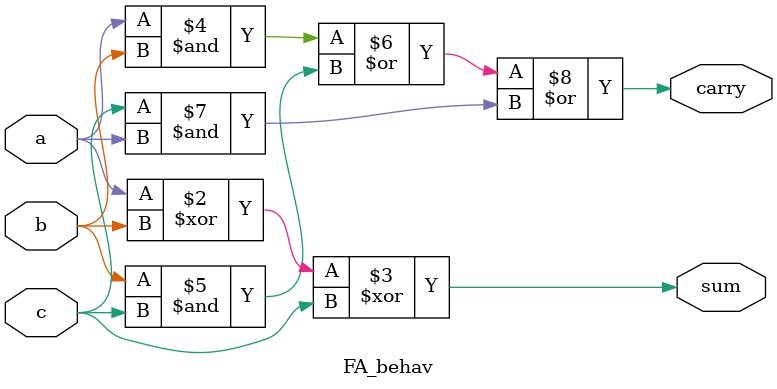
<source format=v>
`timescale 1ns / 1ps


module FA_behav(
    input a,b,c,
    output reg sum,carry
    );
    always@(*)
    begin
    sum = a ^ b ^ c;
    carry = (a & b)|(b & c)|(c & a);
    end
endmodule

</source>
